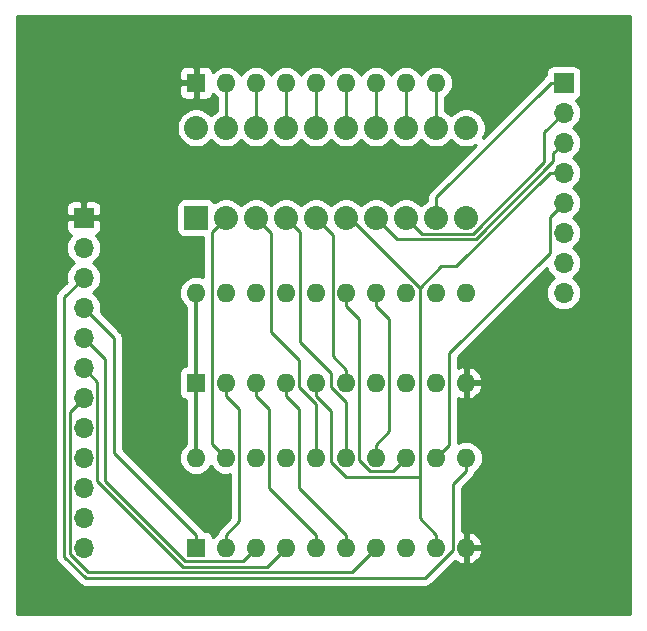
<source format=gbl>
G04 #@! TF.GenerationSoftware,KiCad,Pcbnew,(5.1.2)-2*
G04 #@! TF.CreationDate,2019-08-11T20:37:08+02:00*
G04 #@! TF.ProjectId,Instruction-Register,496e7374-7275-4637-9469-6f6e2d526567,rev?*
G04 #@! TF.SameCoordinates,Original*
G04 #@! TF.FileFunction,Copper,L2,Bot*
G04 #@! TF.FilePolarity,Positive*
%FSLAX46Y46*%
G04 Gerber Fmt 4.6, Leading zero omitted, Abs format (unit mm)*
G04 Created by KiCad (PCBNEW (5.1.2)-2) date 2019-08-11 20:37:08*
%MOMM*%
%LPD*%
G04 APERTURE LIST*
%ADD10O,1.700000X1.700000*%
%ADD11R,1.700000X1.700000*%
%ADD12R,2.032000X2.032000*%
%ADD13C,2.032000*%
%ADD14O,1.600000X1.600000*%
%ADD15R,1.600000X1.600000*%
%ADD16C,0.250000*%
%ADD17C,0.350000*%
%ADD18C,0.254000*%
G04 APERTURE END LIST*
D10*
X74295000Y-39370000D03*
X74295000Y-36830000D03*
X74295000Y-34290000D03*
X74295000Y-31750000D03*
X74295000Y-29210000D03*
X74295000Y-26670000D03*
X74295000Y-24130000D03*
D11*
X74295000Y-21590000D03*
D10*
X33655000Y-60960000D03*
X33655000Y-58420000D03*
X33655000Y-55880000D03*
X33655000Y-53340000D03*
X33655000Y-50800000D03*
X33655000Y-48260000D03*
X33655000Y-45720000D03*
X33655000Y-43180000D03*
X33655000Y-40640000D03*
X33655000Y-38100000D03*
X33655000Y-35560000D03*
D11*
X33655000Y-33020000D03*
D12*
X43180000Y-33020000D03*
D13*
X45720000Y-33020000D03*
X48260000Y-33020000D03*
X50800000Y-33020000D03*
X60960000Y-25400000D03*
X58420000Y-25400000D03*
X55880000Y-25400000D03*
X53340000Y-25400000D03*
X53340000Y-33020000D03*
X55880000Y-33020000D03*
X58420000Y-33020000D03*
X60960000Y-33020000D03*
X63500000Y-25400000D03*
X66040000Y-25400000D03*
X66040000Y-33020000D03*
X63500000Y-33020000D03*
X50800000Y-25400000D03*
X48260000Y-25400000D03*
X45720000Y-25400000D03*
X43180000Y-25400000D03*
D14*
X43180000Y-39370000D03*
X66040000Y-46990000D03*
X45720000Y-39370000D03*
X63500000Y-46990000D03*
X48260000Y-39370000D03*
X60960000Y-46990000D03*
X50800000Y-39370000D03*
X58420000Y-46990000D03*
X53340000Y-39370000D03*
X55880000Y-46990000D03*
X55880000Y-39370000D03*
X53340000Y-46990000D03*
X58420000Y-39370000D03*
X50800000Y-46990000D03*
X60960000Y-39370000D03*
X48260000Y-46990000D03*
X63500000Y-39370000D03*
X45720000Y-46990000D03*
X66040000Y-39370000D03*
D15*
X43180000Y-46990000D03*
X43180000Y-60960000D03*
D14*
X66040000Y-53340000D03*
X45720000Y-60960000D03*
X63500000Y-53340000D03*
X48260000Y-60960000D03*
X60960000Y-53340000D03*
X50800000Y-60960000D03*
X58420000Y-53340000D03*
X53340000Y-60960000D03*
X55880000Y-53340000D03*
X55880000Y-60960000D03*
X53340000Y-53340000D03*
X58420000Y-60960000D03*
X50800000Y-53340000D03*
X60960000Y-60960000D03*
X48260000Y-53340000D03*
X63500000Y-60960000D03*
X45720000Y-53340000D03*
X66040000Y-60960000D03*
X43180000Y-53340000D03*
D15*
X43180000Y-21590000D03*
D14*
X45720000Y-21590000D03*
X48260000Y-21590000D03*
X50800000Y-21590000D03*
X53340000Y-21590000D03*
X55880000Y-21590000D03*
X58420000Y-21590000D03*
X60960000Y-21590000D03*
X63500000Y-21590000D03*
D16*
X45720000Y-21590000D02*
X45720000Y-25400000D01*
X48260000Y-21590000D02*
X48260000Y-25400000D01*
X50800000Y-21590000D02*
X50800000Y-25400000D01*
X53340000Y-21590000D02*
X53340000Y-25400000D01*
X55880000Y-21590000D02*
X55880000Y-25400000D01*
X58420000Y-21590000D02*
X58420000Y-25400000D01*
X60960000Y-21590000D02*
X60960000Y-25400000D01*
X63500000Y-21590000D02*
X63500000Y-25400000D01*
X43180000Y-59834700D02*
X43180000Y-60960000D01*
X36243100Y-52897800D02*
X43180000Y-59834700D01*
X36243100Y-43228100D02*
X36243100Y-52897800D01*
X33655000Y-40640000D02*
X36243100Y-43228100D01*
X64914700Y-55590600D02*
X66040000Y-54465300D01*
X32027100Y-39727900D02*
X32027100Y-61697000D01*
X32027100Y-61697000D02*
X33834000Y-63503900D01*
X66040000Y-54465300D02*
X66040000Y-53340000D01*
X33834000Y-63503900D02*
X62568300Y-63503900D01*
X33655000Y-38100000D02*
X32027100Y-39727900D01*
X62568300Y-63503900D02*
X64914700Y-61157500D01*
X64914700Y-61157500D02*
X64914700Y-55590600D01*
X45720000Y-46990000D02*
X45720000Y-48115300D01*
X45720000Y-60960000D02*
X45720000Y-59834700D01*
X45720000Y-59834700D02*
X46845300Y-58709400D01*
X46845300Y-58709400D02*
X46845300Y-49240600D01*
X46845300Y-49240600D02*
X45720000Y-48115300D01*
X63500000Y-31583160D02*
X63500000Y-33020000D01*
X63500000Y-31285000D02*
X63500000Y-31583160D01*
X73195000Y-21590000D02*
X63500000Y-31285000D01*
X74295000Y-21590000D02*
X73195000Y-21590000D01*
X55880000Y-46990000D02*
X55880000Y-45864700D01*
X55880000Y-45864700D02*
X54754700Y-44739400D01*
X54754700Y-44739400D02*
X54754700Y-34434700D01*
X54754700Y-34434700D02*
X53340000Y-33020000D01*
X64625300Y-52214700D02*
X63500000Y-53340000D01*
X64625300Y-44469300D02*
X64625300Y-52214700D01*
X73119700Y-35974900D02*
X64625300Y-44469300D01*
X73119700Y-32925300D02*
X73119700Y-35974900D01*
X74295000Y-31750000D02*
X73119700Y-32925300D01*
X34830300Y-46895300D02*
X33655000Y-45720000D01*
X34830300Y-55317300D02*
X34830300Y-46895300D01*
X42071800Y-62558800D02*
X34830300Y-55317300D01*
X49201200Y-62558800D02*
X42071800Y-62558800D01*
X50800000Y-60960000D02*
X49201200Y-62558800D01*
X58420000Y-39370000D02*
X58420000Y-40495300D01*
X58420000Y-53340000D02*
X58420000Y-52214700D01*
X58420000Y-52214700D02*
X59545300Y-51089400D01*
X59545300Y-51089400D02*
X59545300Y-41620600D01*
X59545300Y-41620600D02*
X58420000Y-40495300D01*
X32479700Y-49435300D02*
X33655000Y-48260000D01*
X32479700Y-61450000D02*
X32479700Y-49435300D01*
X34043100Y-63013400D02*
X32479700Y-61450000D01*
X56366600Y-63013400D02*
X34043100Y-63013400D01*
X58420000Y-60960000D02*
X56366600Y-63013400D01*
X48260000Y-46990000D02*
X48260000Y-48115300D01*
X53340000Y-60960000D02*
X53340000Y-59834700D01*
X53340000Y-59834700D02*
X49385300Y-55880000D01*
X49385300Y-55880000D02*
X49385300Y-49240600D01*
X49385300Y-49240600D02*
X48260000Y-48115300D01*
X62310600Y-34370600D02*
X60960000Y-33020000D01*
X66604800Y-34370600D02*
X62310600Y-34370600D01*
X72669400Y-28306000D02*
X66604800Y-34370600D01*
X72669400Y-25755600D02*
X72669400Y-28306000D01*
X74295000Y-24130000D02*
X72669400Y-25755600D01*
X55880000Y-53340000D02*
X55880000Y-48592400D01*
X55880000Y-48592400D02*
X54610000Y-47322400D01*
X54610000Y-47322400D02*
X54610000Y-46170200D01*
X54610000Y-46170200D02*
X51998600Y-43558800D01*
X51998600Y-43558800D02*
X51998600Y-34218600D01*
X51998600Y-34218600D02*
X50800000Y-33020000D01*
X50800000Y-46990000D02*
X50800000Y-48115300D01*
X55880000Y-60960000D02*
X55880000Y-59834700D01*
X55880000Y-59834700D02*
X51925300Y-55880000D01*
X51925300Y-55880000D02*
X51925300Y-49240600D01*
X51925300Y-49240600D02*
X50800000Y-48115300D01*
X60236700Y-34836700D02*
X58420000Y-33020000D01*
X66856100Y-34836700D02*
X60236700Y-34836700D01*
X73445001Y-28247799D02*
X66856100Y-34836700D01*
X73445001Y-27519999D02*
X73445001Y-28247799D01*
X74295000Y-26670000D02*
X73445001Y-27519999D01*
X48260000Y-33020000D02*
X49530000Y-34290000D01*
X49530000Y-34290000D02*
X49530000Y-42702400D01*
X49530000Y-42702400D02*
X51925400Y-45097800D01*
X51925400Y-45097800D02*
X51925400Y-47337600D01*
X51925400Y-47337600D02*
X53340000Y-48752200D01*
X53340000Y-48752200D02*
X53340000Y-53340000D01*
X55880000Y-40495300D02*
X55880000Y-39370000D01*
X57005300Y-41620600D02*
X55880000Y-40495300D01*
X57005300Y-53530000D02*
X57005300Y-41620600D01*
X57950100Y-54474800D02*
X57005300Y-53530000D01*
X59825200Y-54474800D02*
X57950100Y-54474800D01*
X60960000Y-53340000D02*
X59825200Y-54474800D01*
X62117400Y-54925100D02*
X62117400Y-38932700D01*
X63500000Y-59834700D02*
X62117400Y-58452100D01*
X62117400Y-58452100D02*
X62117400Y-54925100D01*
X53340000Y-48115300D02*
X54610000Y-49385300D01*
X54610000Y-49385300D02*
X54610000Y-53669000D01*
X54610000Y-53669000D02*
X55866100Y-54925100D01*
X55866100Y-54925100D02*
X62117400Y-54925100D01*
X53340000Y-46990000D02*
X53340000Y-48115300D01*
X63500000Y-60960000D02*
X63500000Y-59834700D01*
X62117400Y-38932700D02*
X56204700Y-33020000D01*
X56204700Y-33020000D02*
X55880000Y-33020000D01*
X73119700Y-29210000D02*
X65195300Y-37134400D01*
X65195300Y-37134400D02*
X63915700Y-37134400D01*
X63915700Y-37134400D02*
X62117400Y-38932700D01*
X74295000Y-29210000D02*
X73119700Y-29210000D01*
X44521400Y-34218600D02*
X45720000Y-33020000D01*
X44521400Y-52141400D02*
X44521400Y-34218600D01*
X45720000Y-53340000D02*
X44521400Y-52141400D01*
D17*
X43180000Y-53340000D02*
X43180000Y-46990000D01*
X43180000Y-46990000D02*
X43180000Y-39370000D01*
D16*
X35470900Y-44995900D02*
X33655000Y-43180000D01*
X35470900Y-55321000D02*
X35470900Y-44995900D01*
X42235300Y-62085400D02*
X35470900Y-55321000D01*
X47134600Y-62085400D02*
X42235300Y-62085400D01*
X48260000Y-60960000D02*
X47134600Y-62085400D01*
D18*
G36*
X79935001Y-66600000D02*
G01*
X28015000Y-66600000D01*
X28015000Y-39727900D01*
X31263424Y-39727900D01*
X31267100Y-39765222D01*
X31267101Y-61659667D01*
X31263424Y-61697000D01*
X31267101Y-61734333D01*
X31272895Y-61793154D01*
X31278098Y-61845985D01*
X31321554Y-61989246D01*
X31392126Y-62121276D01*
X31423030Y-62158932D01*
X31487100Y-62237001D01*
X31516098Y-62260799D01*
X33270205Y-64014908D01*
X33293999Y-64043901D01*
X33322992Y-64067695D01*
X33322996Y-64067699D01*
X33393685Y-64125711D01*
X33409724Y-64138874D01*
X33541753Y-64209446D01*
X33685014Y-64252903D01*
X33796667Y-64263900D01*
X33796676Y-64263900D01*
X33833999Y-64267576D01*
X33871322Y-64263900D01*
X62530978Y-64263900D01*
X62568300Y-64267576D01*
X62605622Y-64263900D01*
X62605633Y-64263900D01*
X62717286Y-64252903D01*
X62860547Y-64209446D01*
X62992576Y-64138874D01*
X63108301Y-64043901D01*
X63132104Y-64014897D01*
X65103519Y-62043483D01*
X65302580Y-62191037D01*
X65556913Y-62311246D01*
X65690961Y-62351904D01*
X65913000Y-62229915D01*
X65913000Y-61087000D01*
X66167000Y-61087000D01*
X66167000Y-62229915D01*
X66389039Y-62351904D01*
X66523087Y-62311246D01*
X66777420Y-62191037D01*
X67003414Y-62023519D01*
X67192385Y-61815131D01*
X67337070Y-61573881D01*
X67431909Y-61309040D01*
X67310624Y-61087000D01*
X66167000Y-61087000D01*
X65913000Y-61087000D01*
X65893000Y-61087000D01*
X65893000Y-60833000D01*
X65913000Y-60833000D01*
X65913000Y-59690085D01*
X66167000Y-59690085D01*
X66167000Y-60833000D01*
X67310624Y-60833000D01*
X67431909Y-60610960D01*
X67337070Y-60346119D01*
X67192385Y-60104869D01*
X67003414Y-59896481D01*
X66777420Y-59728963D01*
X66523087Y-59608754D01*
X66389039Y-59568096D01*
X66167000Y-59690085D01*
X65913000Y-59690085D01*
X65690961Y-59568096D01*
X65674700Y-59573028D01*
X65674700Y-55905401D01*
X66551004Y-55029098D01*
X66580001Y-55005301D01*
X66674974Y-54889576D01*
X66745546Y-54757547D01*
X66789003Y-54614286D01*
X66793942Y-54564139D01*
X66841101Y-54538932D01*
X67059608Y-54359608D01*
X67238932Y-54141101D01*
X67372182Y-53891808D01*
X67454236Y-53621309D01*
X67481943Y-53340000D01*
X67454236Y-53058691D01*
X67372182Y-52788192D01*
X67238932Y-52538899D01*
X67059608Y-52320392D01*
X66841101Y-52141068D01*
X66591808Y-52007818D01*
X66321309Y-51925764D01*
X66110492Y-51905000D01*
X65969508Y-51905000D01*
X65758691Y-51925764D01*
X65488192Y-52007818D01*
X65385300Y-52062815D01*
X65385300Y-48260134D01*
X65556913Y-48341246D01*
X65690961Y-48381904D01*
X65913000Y-48259915D01*
X65913000Y-47117000D01*
X66167000Y-47117000D01*
X66167000Y-48259915D01*
X66389039Y-48381904D01*
X66523087Y-48341246D01*
X66777420Y-48221037D01*
X67003414Y-48053519D01*
X67192385Y-47845131D01*
X67337070Y-47603881D01*
X67431909Y-47339040D01*
X67310624Y-47117000D01*
X66167000Y-47117000D01*
X65913000Y-47117000D01*
X65893000Y-47117000D01*
X65893000Y-46863000D01*
X65913000Y-46863000D01*
X65913000Y-45720085D01*
X66167000Y-45720085D01*
X66167000Y-46863000D01*
X67310624Y-46863000D01*
X67431909Y-46640960D01*
X67337070Y-46376119D01*
X67192385Y-46134869D01*
X67003414Y-45926481D01*
X66777420Y-45758963D01*
X66523087Y-45638754D01*
X66389039Y-45598096D01*
X66167000Y-45720085D01*
X65913000Y-45720085D01*
X65690961Y-45598096D01*
X65556913Y-45638754D01*
X65385300Y-45719866D01*
X65385300Y-44784101D01*
X72881947Y-37287455D01*
X72916401Y-37401034D01*
X73054294Y-37659014D01*
X73239866Y-37885134D01*
X73465986Y-38070706D01*
X73520791Y-38100000D01*
X73465986Y-38129294D01*
X73239866Y-38314866D01*
X73054294Y-38540986D01*
X72916401Y-38798966D01*
X72831487Y-39078889D01*
X72802815Y-39370000D01*
X72831487Y-39661111D01*
X72916401Y-39941034D01*
X73054294Y-40199014D01*
X73239866Y-40425134D01*
X73465986Y-40610706D01*
X73723966Y-40748599D01*
X74003889Y-40833513D01*
X74222050Y-40855000D01*
X74367950Y-40855000D01*
X74586111Y-40833513D01*
X74866034Y-40748599D01*
X75124014Y-40610706D01*
X75350134Y-40425134D01*
X75535706Y-40199014D01*
X75673599Y-39941034D01*
X75758513Y-39661111D01*
X75787185Y-39370000D01*
X75758513Y-39078889D01*
X75673599Y-38798966D01*
X75535706Y-38540986D01*
X75350134Y-38314866D01*
X75124014Y-38129294D01*
X75069209Y-38100000D01*
X75124014Y-38070706D01*
X75350134Y-37885134D01*
X75535706Y-37659014D01*
X75673599Y-37401034D01*
X75758513Y-37121111D01*
X75787185Y-36830000D01*
X75758513Y-36538889D01*
X75673599Y-36258966D01*
X75535706Y-36000986D01*
X75350134Y-35774866D01*
X75124014Y-35589294D01*
X75069209Y-35560000D01*
X75124014Y-35530706D01*
X75350134Y-35345134D01*
X75535706Y-35119014D01*
X75673599Y-34861034D01*
X75758513Y-34581111D01*
X75787185Y-34290000D01*
X75758513Y-33998889D01*
X75673599Y-33718966D01*
X75535706Y-33460986D01*
X75350134Y-33234866D01*
X75124014Y-33049294D01*
X75069209Y-33020000D01*
X75124014Y-32990706D01*
X75350134Y-32805134D01*
X75535706Y-32579014D01*
X75673599Y-32321034D01*
X75758513Y-32041111D01*
X75787185Y-31750000D01*
X75758513Y-31458889D01*
X75673599Y-31178966D01*
X75535706Y-30920986D01*
X75350134Y-30694866D01*
X75124014Y-30509294D01*
X75069209Y-30480000D01*
X75124014Y-30450706D01*
X75350134Y-30265134D01*
X75535706Y-30039014D01*
X75673599Y-29781034D01*
X75758513Y-29501111D01*
X75787185Y-29210000D01*
X75758513Y-28918889D01*
X75673599Y-28638966D01*
X75535706Y-28380986D01*
X75350134Y-28154866D01*
X75124014Y-27969294D01*
X75069209Y-27940000D01*
X75124014Y-27910706D01*
X75350134Y-27725134D01*
X75535706Y-27499014D01*
X75673599Y-27241034D01*
X75758513Y-26961111D01*
X75787185Y-26670000D01*
X75758513Y-26378889D01*
X75673599Y-26098966D01*
X75535706Y-25840986D01*
X75350134Y-25614866D01*
X75124014Y-25429294D01*
X75069209Y-25400000D01*
X75124014Y-25370706D01*
X75350134Y-25185134D01*
X75535706Y-24959014D01*
X75673599Y-24701034D01*
X75758513Y-24421111D01*
X75787185Y-24130000D01*
X75758513Y-23838889D01*
X75673599Y-23558966D01*
X75535706Y-23300986D01*
X75350134Y-23074866D01*
X75320313Y-23050393D01*
X75389180Y-23029502D01*
X75499494Y-22970537D01*
X75596185Y-22891185D01*
X75675537Y-22794494D01*
X75734502Y-22684180D01*
X75770812Y-22564482D01*
X75783072Y-22440000D01*
X75783072Y-20740000D01*
X75770812Y-20615518D01*
X75734502Y-20495820D01*
X75675537Y-20385506D01*
X75596185Y-20288815D01*
X75499494Y-20209463D01*
X75389180Y-20150498D01*
X75269482Y-20114188D01*
X75145000Y-20101928D01*
X73445000Y-20101928D01*
X73320518Y-20114188D01*
X73200820Y-20150498D01*
X73090506Y-20209463D01*
X72993815Y-20288815D01*
X72914463Y-20385506D01*
X72855498Y-20495820D01*
X72819188Y-20615518D01*
X72806928Y-20740000D01*
X72806928Y-20935674D01*
X72770724Y-20955026D01*
X72770722Y-20955027D01*
X72770723Y-20955027D01*
X72683996Y-21026201D01*
X72683992Y-21026205D01*
X72654999Y-21049999D01*
X72631205Y-21078992D01*
X67452636Y-26257562D01*
X67503097Y-26182042D01*
X67627553Y-25881579D01*
X67691000Y-25562609D01*
X67691000Y-25237391D01*
X67627553Y-24918421D01*
X67503097Y-24617958D01*
X67322415Y-24347549D01*
X67092451Y-24117585D01*
X66822042Y-23936903D01*
X66521579Y-23812447D01*
X66202609Y-23749000D01*
X65877391Y-23749000D01*
X65558421Y-23812447D01*
X65257958Y-23936903D01*
X64987549Y-24117585D01*
X64770000Y-24335134D01*
X64552451Y-24117585D01*
X64282042Y-23936903D01*
X64260000Y-23927773D01*
X64260000Y-22810901D01*
X64301101Y-22788932D01*
X64519608Y-22609608D01*
X64698932Y-22391101D01*
X64832182Y-22141808D01*
X64914236Y-21871309D01*
X64941943Y-21590000D01*
X64914236Y-21308691D01*
X64832182Y-21038192D01*
X64698932Y-20788899D01*
X64519608Y-20570392D01*
X64301101Y-20391068D01*
X64051808Y-20257818D01*
X63781309Y-20175764D01*
X63570492Y-20155000D01*
X63429508Y-20155000D01*
X63218691Y-20175764D01*
X62948192Y-20257818D01*
X62698899Y-20391068D01*
X62480392Y-20570392D01*
X62301068Y-20788899D01*
X62230000Y-20921858D01*
X62158932Y-20788899D01*
X61979608Y-20570392D01*
X61761101Y-20391068D01*
X61511808Y-20257818D01*
X61241309Y-20175764D01*
X61030492Y-20155000D01*
X60889508Y-20155000D01*
X60678691Y-20175764D01*
X60408192Y-20257818D01*
X60158899Y-20391068D01*
X59940392Y-20570392D01*
X59761068Y-20788899D01*
X59690000Y-20921858D01*
X59618932Y-20788899D01*
X59439608Y-20570392D01*
X59221101Y-20391068D01*
X58971808Y-20257818D01*
X58701309Y-20175764D01*
X58490492Y-20155000D01*
X58349508Y-20155000D01*
X58138691Y-20175764D01*
X57868192Y-20257818D01*
X57618899Y-20391068D01*
X57400392Y-20570392D01*
X57221068Y-20788899D01*
X57150000Y-20921858D01*
X57078932Y-20788899D01*
X56899608Y-20570392D01*
X56681101Y-20391068D01*
X56431808Y-20257818D01*
X56161309Y-20175764D01*
X55950492Y-20155000D01*
X55809508Y-20155000D01*
X55598691Y-20175764D01*
X55328192Y-20257818D01*
X55078899Y-20391068D01*
X54860392Y-20570392D01*
X54681068Y-20788899D01*
X54610000Y-20921858D01*
X54538932Y-20788899D01*
X54359608Y-20570392D01*
X54141101Y-20391068D01*
X53891808Y-20257818D01*
X53621309Y-20175764D01*
X53410492Y-20155000D01*
X53269508Y-20155000D01*
X53058691Y-20175764D01*
X52788192Y-20257818D01*
X52538899Y-20391068D01*
X52320392Y-20570392D01*
X52141068Y-20788899D01*
X52070000Y-20921858D01*
X51998932Y-20788899D01*
X51819608Y-20570392D01*
X51601101Y-20391068D01*
X51351808Y-20257818D01*
X51081309Y-20175764D01*
X50870492Y-20155000D01*
X50729508Y-20155000D01*
X50518691Y-20175764D01*
X50248192Y-20257818D01*
X49998899Y-20391068D01*
X49780392Y-20570392D01*
X49601068Y-20788899D01*
X49530000Y-20921858D01*
X49458932Y-20788899D01*
X49279608Y-20570392D01*
X49061101Y-20391068D01*
X48811808Y-20257818D01*
X48541309Y-20175764D01*
X48330492Y-20155000D01*
X48189508Y-20155000D01*
X47978691Y-20175764D01*
X47708192Y-20257818D01*
X47458899Y-20391068D01*
X47240392Y-20570392D01*
X47061068Y-20788899D01*
X46990000Y-20921858D01*
X46918932Y-20788899D01*
X46739608Y-20570392D01*
X46521101Y-20391068D01*
X46271808Y-20257818D01*
X46001309Y-20175764D01*
X45790492Y-20155000D01*
X45649508Y-20155000D01*
X45438691Y-20175764D01*
X45168192Y-20257818D01*
X44918899Y-20391068D01*
X44700392Y-20570392D01*
X44607581Y-20683482D01*
X44605812Y-20665518D01*
X44569502Y-20545820D01*
X44510537Y-20435506D01*
X44431185Y-20338815D01*
X44334494Y-20259463D01*
X44224180Y-20200498D01*
X44104482Y-20164188D01*
X43980000Y-20151928D01*
X43465750Y-20155000D01*
X43307000Y-20313750D01*
X43307000Y-21463000D01*
X43327000Y-21463000D01*
X43327000Y-21717000D01*
X43307000Y-21717000D01*
X43307000Y-22866250D01*
X43465750Y-23025000D01*
X43980000Y-23028072D01*
X44104482Y-23015812D01*
X44224180Y-22979502D01*
X44334494Y-22920537D01*
X44431185Y-22841185D01*
X44510537Y-22744494D01*
X44569502Y-22634180D01*
X44605812Y-22514482D01*
X44607581Y-22496518D01*
X44700392Y-22609608D01*
X44918899Y-22788932D01*
X44960000Y-22810901D01*
X44960001Y-23927773D01*
X44937958Y-23936903D01*
X44667549Y-24117585D01*
X44450000Y-24335134D01*
X44232451Y-24117585D01*
X43962042Y-23936903D01*
X43661579Y-23812447D01*
X43342609Y-23749000D01*
X43017391Y-23749000D01*
X42698421Y-23812447D01*
X42397958Y-23936903D01*
X42127549Y-24117585D01*
X41897585Y-24347549D01*
X41716903Y-24617958D01*
X41592447Y-24918421D01*
X41529000Y-25237391D01*
X41529000Y-25562609D01*
X41592447Y-25881579D01*
X41716903Y-26182042D01*
X41897585Y-26452451D01*
X42127549Y-26682415D01*
X42397958Y-26863097D01*
X42698421Y-26987553D01*
X43017391Y-27051000D01*
X43342609Y-27051000D01*
X43661579Y-26987553D01*
X43962042Y-26863097D01*
X44232451Y-26682415D01*
X44450000Y-26464866D01*
X44667549Y-26682415D01*
X44937958Y-26863097D01*
X45238421Y-26987553D01*
X45557391Y-27051000D01*
X45882609Y-27051000D01*
X46201579Y-26987553D01*
X46502042Y-26863097D01*
X46772451Y-26682415D01*
X46990000Y-26464866D01*
X47207549Y-26682415D01*
X47477958Y-26863097D01*
X47778421Y-26987553D01*
X48097391Y-27051000D01*
X48422609Y-27051000D01*
X48741579Y-26987553D01*
X49042042Y-26863097D01*
X49312451Y-26682415D01*
X49530000Y-26464866D01*
X49747549Y-26682415D01*
X50017958Y-26863097D01*
X50318421Y-26987553D01*
X50637391Y-27051000D01*
X50962609Y-27051000D01*
X51281579Y-26987553D01*
X51582042Y-26863097D01*
X51852451Y-26682415D01*
X52070000Y-26464866D01*
X52287549Y-26682415D01*
X52557958Y-26863097D01*
X52858421Y-26987553D01*
X53177391Y-27051000D01*
X53502609Y-27051000D01*
X53821579Y-26987553D01*
X54122042Y-26863097D01*
X54392451Y-26682415D01*
X54610000Y-26464866D01*
X54827549Y-26682415D01*
X55097958Y-26863097D01*
X55398421Y-26987553D01*
X55717391Y-27051000D01*
X56042609Y-27051000D01*
X56361579Y-26987553D01*
X56662042Y-26863097D01*
X56932451Y-26682415D01*
X57150000Y-26464866D01*
X57367549Y-26682415D01*
X57637958Y-26863097D01*
X57938421Y-26987553D01*
X58257391Y-27051000D01*
X58582609Y-27051000D01*
X58901579Y-26987553D01*
X59202042Y-26863097D01*
X59472451Y-26682415D01*
X59690000Y-26464866D01*
X59907549Y-26682415D01*
X60177958Y-26863097D01*
X60478421Y-26987553D01*
X60797391Y-27051000D01*
X61122609Y-27051000D01*
X61441579Y-26987553D01*
X61742042Y-26863097D01*
X62012451Y-26682415D01*
X62230000Y-26464866D01*
X62447549Y-26682415D01*
X62717958Y-26863097D01*
X63018421Y-26987553D01*
X63337391Y-27051000D01*
X63662609Y-27051000D01*
X63981579Y-26987553D01*
X64282042Y-26863097D01*
X64552451Y-26682415D01*
X64770000Y-26464866D01*
X64987549Y-26682415D01*
X65257958Y-26863097D01*
X65558421Y-26987553D01*
X65877391Y-27051000D01*
X66202609Y-27051000D01*
X66521579Y-26987553D01*
X66822042Y-26863097D01*
X66897563Y-26812636D01*
X62989003Y-30721196D01*
X62959999Y-30744999D01*
X62904871Y-30812174D01*
X62865026Y-30860724D01*
X62832815Y-30920986D01*
X62794454Y-30992754D01*
X62750997Y-31136015D01*
X62740000Y-31247668D01*
X62740000Y-31247678D01*
X62736324Y-31285000D01*
X62740000Y-31322322D01*
X62740000Y-31547773D01*
X62717958Y-31556903D01*
X62447549Y-31737585D01*
X62230000Y-31955134D01*
X62012451Y-31737585D01*
X61742042Y-31556903D01*
X61441579Y-31432447D01*
X61122609Y-31369000D01*
X60797391Y-31369000D01*
X60478421Y-31432447D01*
X60177958Y-31556903D01*
X59907549Y-31737585D01*
X59690000Y-31955134D01*
X59472451Y-31737585D01*
X59202042Y-31556903D01*
X58901579Y-31432447D01*
X58582609Y-31369000D01*
X58257391Y-31369000D01*
X57938421Y-31432447D01*
X57637958Y-31556903D01*
X57367549Y-31737585D01*
X57150000Y-31955134D01*
X56932451Y-31737585D01*
X56662042Y-31556903D01*
X56361579Y-31432447D01*
X56042609Y-31369000D01*
X55717391Y-31369000D01*
X55398421Y-31432447D01*
X55097958Y-31556903D01*
X54827549Y-31737585D01*
X54610000Y-31955134D01*
X54392451Y-31737585D01*
X54122042Y-31556903D01*
X53821579Y-31432447D01*
X53502609Y-31369000D01*
X53177391Y-31369000D01*
X52858421Y-31432447D01*
X52557958Y-31556903D01*
X52287549Y-31737585D01*
X52070000Y-31955134D01*
X51852451Y-31737585D01*
X51582042Y-31556903D01*
X51281579Y-31432447D01*
X50962609Y-31369000D01*
X50637391Y-31369000D01*
X50318421Y-31432447D01*
X50017958Y-31556903D01*
X49747549Y-31737585D01*
X49530000Y-31955134D01*
X49312451Y-31737585D01*
X49042042Y-31556903D01*
X48741579Y-31432447D01*
X48422609Y-31369000D01*
X48097391Y-31369000D01*
X47778421Y-31432447D01*
X47477958Y-31556903D01*
X47207549Y-31737585D01*
X46990000Y-31955134D01*
X46772451Y-31737585D01*
X46502042Y-31556903D01*
X46201579Y-31432447D01*
X45882609Y-31369000D01*
X45557391Y-31369000D01*
X45238421Y-31432447D01*
X44937958Y-31556903D01*
X44745704Y-31685364D01*
X44726537Y-31649506D01*
X44647185Y-31552815D01*
X44550494Y-31473463D01*
X44440180Y-31414498D01*
X44320482Y-31378188D01*
X44196000Y-31365928D01*
X42164000Y-31365928D01*
X42039518Y-31378188D01*
X41919820Y-31414498D01*
X41809506Y-31473463D01*
X41712815Y-31552815D01*
X41633463Y-31649506D01*
X41574498Y-31759820D01*
X41538188Y-31879518D01*
X41525928Y-32004000D01*
X41525928Y-34036000D01*
X41538188Y-34160482D01*
X41574498Y-34280180D01*
X41633463Y-34390494D01*
X41712815Y-34487185D01*
X41809506Y-34566537D01*
X41919820Y-34625502D01*
X42039518Y-34661812D01*
X42164000Y-34674072D01*
X43761401Y-34674072D01*
X43761401Y-38053636D01*
X43731808Y-38037818D01*
X43461309Y-37955764D01*
X43250492Y-37935000D01*
X43109508Y-37935000D01*
X42898691Y-37955764D01*
X42628192Y-38037818D01*
X42378899Y-38171068D01*
X42160392Y-38350392D01*
X41981068Y-38568899D01*
X41847818Y-38818192D01*
X41765764Y-39088691D01*
X41738057Y-39370000D01*
X41765764Y-39651309D01*
X41847818Y-39921808D01*
X41981068Y-40171101D01*
X42160392Y-40389608D01*
X42370001Y-40561629D01*
X42370000Y-45552913D01*
X42255518Y-45564188D01*
X42135820Y-45600498D01*
X42025506Y-45659463D01*
X41928815Y-45738815D01*
X41849463Y-45835506D01*
X41790498Y-45945820D01*
X41754188Y-46065518D01*
X41741928Y-46190000D01*
X41741928Y-47790000D01*
X41754188Y-47914482D01*
X41790498Y-48034180D01*
X41849463Y-48144494D01*
X41928815Y-48241185D01*
X42025506Y-48320537D01*
X42135820Y-48379502D01*
X42255518Y-48415812D01*
X42370001Y-48427087D01*
X42370000Y-52148371D01*
X42160392Y-52320392D01*
X41981068Y-52538899D01*
X41847818Y-52788192D01*
X41765764Y-53058691D01*
X41738057Y-53340000D01*
X41765764Y-53621309D01*
X41847818Y-53891808D01*
X41981068Y-54141101D01*
X42160392Y-54359608D01*
X42378899Y-54538932D01*
X42628192Y-54672182D01*
X42898691Y-54754236D01*
X43109508Y-54775000D01*
X43250492Y-54775000D01*
X43461309Y-54754236D01*
X43731808Y-54672182D01*
X43981101Y-54538932D01*
X44199608Y-54359608D01*
X44378932Y-54141101D01*
X44450000Y-54008142D01*
X44521068Y-54141101D01*
X44700392Y-54359608D01*
X44918899Y-54538932D01*
X45168192Y-54672182D01*
X45438691Y-54754236D01*
X45649508Y-54775000D01*
X45790492Y-54775000D01*
X46001309Y-54754236D01*
X46085300Y-54728758D01*
X46085300Y-58394598D01*
X45208998Y-59270901D01*
X45180000Y-59294699D01*
X45156203Y-59323696D01*
X45156201Y-59323698D01*
X45085026Y-59410424D01*
X45014454Y-59542454D01*
X45002640Y-59581401D01*
X44970998Y-59685714D01*
X44968723Y-59708815D01*
X44966059Y-59735860D01*
X44918899Y-59761068D01*
X44700392Y-59940392D01*
X44607581Y-60053482D01*
X44605812Y-60035518D01*
X44569502Y-59915820D01*
X44510537Y-59805506D01*
X44431185Y-59708815D01*
X44334494Y-59629463D01*
X44224180Y-59570498D01*
X44104482Y-59534188D01*
X43980000Y-59521928D01*
X43874575Y-59521928D01*
X43840620Y-59458403D01*
X43814974Y-59410423D01*
X43743799Y-59323697D01*
X43743798Y-59323696D01*
X43720001Y-59294699D01*
X43691004Y-59270902D01*
X37003100Y-52582999D01*
X37003100Y-43265422D01*
X37006776Y-43228099D01*
X37003100Y-43190776D01*
X37003100Y-43190767D01*
X36992103Y-43079114D01*
X36948646Y-42935853D01*
X36922936Y-42887754D01*
X36878074Y-42803823D01*
X36806899Y-42717097D01*
X36783101Y-42688099D01*
X36754104Y-42664302D01*
X35095797Y-41005996D01*
X35118513Y-40931111D01*
X35147185Y-40640000D01*
X35118513Y-40348889D01*
X35033599Y-40068966D01*
X34895706Y-39810986D01*
X34710134Y-39584866D01*
X34484014Y-39399294D01*
X34429209Y-39370000D01*
X34484014Y-39340706D01*
X34710134Y-39155134D01*
X34895706Y-38929014D01*
X35033599Y-38671034D01*
X35118513Y-38391111D01*
X35147185Y-38100000D01*
X35118513Y-37808889D01*
X35033599Y-37528966D01*
X34895706Y-37270986D01*
X34710134Y-37044866D01*
X34484014Y-36859294D01*
X34429209Y-36830000D01*
X34484014Y-36800706D01*
X34710134Y-36615134D01*
X34895706Y-36389014D01*
X35033599Y-36131034D01*
X35118513Y-35851111D01*
X35147185Y-35560000D01*
X35118513Y-35268889D01*
X35033599Y-34988966D01*
X34895706Y-34730986D01*
X34710134Y-34504866D01*
X34680313Y-34480393D01*
X34749180Y-34459502D01*
X34859494Y-34400537D01*
X34956185Y-34321185D01*
X35035537Y-34224494D01*
X35094502Y-34114180D01*
X35130812Y-33994482D01*
X35143072Y-33870000D01*
X35140000Y-33305750D01*
X34981250Y-33147000D01*
X33782000Y-33147000D01*
X33782000Y-33167000D01*
X33528000Y-33167000D01*
X33528000Y-33147000D01*
X32328750Y-33147000D01*
X32170000Y-33305750D01*
X32166928Y-33870000D01*
X32179188Y-33994482D01*
X32215498Y-34114180D01*
X32274463Y-34224494D01*
X32353815Y-34321185D01*
X32450506Y-34400537D01*
X32560820Y-34459502D01*
X32629687Y-34480393D01*
X32599866Y-34504866D01*
X32414294Y-34730986D01*
X32276401Y-34988966D01*
X32191487Y-35268889D01*
X32162815Y-35560000D01*
X32191487Y-35851111D01*
X32276401Y-36131034D01*
X32414294Y-36389014D01*
X32599866Y-36615134D01*
X32825986Y-36800706D01*
X32880791Y-36830000D01*
X32825986Y-36859294D01*
X32599866Y-37044866D01*
X32414294Y-37270986D01*
X32276401Y-37528966D01*
X32191487Y-37808889D01*
X32162815Y-38100000D01*
X32191487Y-38391111D01*
X32214203Y-38465996D01*
X31516103Y-39164096D01*
X31487099Y-39187899D01*
X31459922Y-39221015D01*
X31392126Y-39303624D01*
X31363609Y-39356976D01*
X31321554Y-39435654D01*
X31278097Y-39578915D01*
X31267100Y-39690568D01*
X31267100Y-39690578D01*
X31263424Y-39727900D01*
X28015000Y-39727900D01*
X28015000Y-32170000D01*
X32166928Y-32170000D01*
X32170000Y-32734250D01*
X32328750Y-32893000D01*
X33528000Y-32893000D01*
X33528000Y-31693750D01*
X33782000Y-31693750D01*
X33782000Y-32893000D01*
X34981250Y-32893000D01*
X35140000Y-32734250D01*
X35143072Y-32170000D01*
X35130812Y-32045518D01*
X35094502Y-31925820D01*
X35035537Y-31815506D01*
X34956185Y-31718815D01*
X34859494Y-31639463D01*
X34749180Y-31580498D01*
X34629482Y-31544188D01*
X34505000Y-31531928D01*
X33940750Y-31535000D01*
X33782000Y-31693750D01*
X33528000Y-31693750D01*
X33369250Y-31535000D01*
X32805000Y-31531928D01*
X32680518Y-31544188D01*
X32560820Y-31580498D01*
X32450506Y-31639463D01*
X32353815Y-31718815D01*
X32274463Y-31815506D01*
X32215498Y-31925820D01*
X32179188Y-32045518D01*
X32166928Y-32170000D01*
X28015000Y-32170000D01*
X28015000Y-22390000D01*
X41741928Y-22390000D01*
X41754188Y-22514482D01*
X41790498Y-22634180D01*
X41849463Y-22744494D01*
X41928815Y-22841185D01*
X42025506Y-22920537D01*
X42135820Y-22979502D01*
X42255518Y-23015812D01*
X42380000Y-23028072D01*
X42894250Y-23025000D01*
X43053000Y-22866250D01*
X43053000Y-21717000D01*
X41903750Y-21717000D01*
X41745000Y-21875750D01*
X41741928Y-22390000D01*
X28015000Y-22390000D01*
X28015000Y-20790000D01*
X41741928Y-20790000D01*
X41745000Y-21304250D01*
X41903750Y-21463000D01*
X43053000Y-21463000D01*
X43053000Y-20313750D01*
X42894250Y-20155000D01*
X42380000Y-20151928D01*
X42255518Y-20164188D01*
X42135820Y-20200498D01*
X42025506Y-20259463D01*
X41928815Y-20338815D01*
X41849463Y-20435506D01*
X41790498Y-20545820D01*
X41754188Y-20665518D01*
X41741928Y-20790000D01*
X28015000Y-20790000D01*
X28015000Y-15950000D01*
X79935000Y-15950000D01*
X79935001Y-66600000D01*
X79935001Y-66600000D01*
G37*
X79935001Y-66600000D02*
X28015000Y-66600000D01*
X28015000Y-39727900D01*
X31263424Y-39727900D01*
X31267100Y-39765222D01*
X31267101Y-61659667D01*
X31263424Y-61697000D01*
X31267101Y-61734333D01*
X31272895Y-61793154D01*
X31278098Y-61845985D01*
X31321554Y-61989246D01*
X31392126Y-62121276D01*
X31423030Y-62158932D01*
X31487100Y-62237001D01*
X31516098Y-62260799D01*
X33270205Y-64014908D01*
X33293999Y-64043901D01*
X33322992Y-64067695D01*
X33322996Y-64067699D01*
X33393685Y-64125711D01*
X33409724Y-64138874D01*
X33541753Y-64209446D01*
X33685014Y-64252903D01*
X33796667Y-64263900D01*
X33796676Y-64263900D01*
X33833999Y-64267576D01*
X33871322Y-64263900D01*
X62530978Y-64263900D01*
X62568300Y-64267576D01*
X62605622Y-64263900D01*
X62605633Y-64263900D01*
X62717286Y-64252903D01*
X62860547Y-64209446D01*
X62992576Y-64138874D01*
X63108301Y-64043901D01*
X63132104Y-64014897D01*
X65103519Y-62043483D01*
X65302580Y-62191037D01*
X65556913Y-62311246D01*
X65690961Y-62351904D01*
X65913000Y-62229915D01*
X65913000Y-61087000D01*
X66167000Y-61087000D01*
X66167000Y-62229915D01*
X66389039Y-62351904D01*
X66523087Y-62311246D01*
X66777420Y-62191037D01*
X67003414Y-62023519D01*
X67192385Y-61815131D01*
X67337070Y-61573881D01*
X67431909Y-61309040D01*
X67310624Y-61087000D01*
X66167000Y-61087000D01*
X65913000Y-61087000D01*
X65893000Y-61087000D01*
X65893000Y-60833000D01*
X65913000Y-60833000D01*
X65913000Y-59690085D01*
X66167000Y-59690085D01*
X66167000Y-60833000D01*
X67310624Y-60833000D01*
X67431909Y-60610960D01*
X67337070Y-60346119D01*
X67192385Y-60104869D01*
X67003414Y-59896481D01*
X66777420Y-59728963D01*
X66523087Y-59608754D01*
X66389039Y-59568096D01*
X66167000Y-59690085D01*
X65913000Y-59690085D01*
X65690961Y-59568096D01*
X65674700Y-59573028D01*
X65674700Y-55905401D01*
X66551004Y-55029098D01*
X66580001Y-55005301D01*
X66674974Y-54889576D01*
X66745546Y-54757547D01*
X66789003Y-54614286D01*
X66793942Y-54564139D01*
X66841101Y-54538932D01*
X67059608Y-54359608D01*
X67238932Y-54141101D01*
X67372182Y-53891808D01*
X67454236Y-53621309D01*
X67481943Y-53340000D01*
X67454236Y-53058691D01*
X67372182Y-52788192D01*
X67238932Y-52538899D01*
X67059608Y-52320392D01*
X66841101Y-52141068D01*
X66591808Y-52007818D01*
X66321309Y-51925764D01*
X66110492Y-51905000D01*
X65969508Y-51905000D01*
X65758691Y-51925764D01*
X65488192Y-52007818D01*
X65385300Y-52062815D01*
X65385300Y-48260134D01*
X65556913Y-48341246D01*
X65690961Y-48381904D01*
X65913000Y-48259915D01*
X65913000Y-47117000D01*
X66167000Y-47117000D01*
X66167000Y-48259915D01*
X66389039Y-48381904D01*
X66523087Y-48341246D01*
X66777420Y-48221037D01*
X67003414Y-48053519D01*
X67192385Y-47845131D01*
X67337070Y-47603881D01*
X67431909Y-47339040D01*
X67310624Y-47117000D01*
X66167000Y-47117000D01*
X65913000Y-47117000D01*
X65893000Y-47117000D01*
X65893000Y-46863000D01*
X65913000Y-46863000D01*
X65913000Y-45720085D01*
X66167000Y-45720085D01*
X66167000Y-46863000D01*
X67310624Y-46863000D01*
X67431909Y-46640960D01*
X67337070Y-46376119D01*
X67192385Y-46134869D01*
X67003414Y-45926481D01*
X66777420Y-45758963D01*
X66523087Y-45638754D01*
X66389039Y-45598096D01*
X66167000Y-45720085D01*
X65913000Y-45720085D01*
X65690961Y-45598096D01*
X65556913Y-45638754D01*
X65385300Y-45719866D01*
X65385300Y-44784101D01*
X72881947Y-37287455D01*
X72916401Y-37401034D01*
X73054294Y-37659014D01*
X73239866Y-37885134D01*
X73465986Y-38070706D01*
X73520791Y-38100000D01*
X73465986Y-38129294D01*
X73239866Y-38314866D01*
X73054294Y-38540986D01*
X72916401Y-38798966D01*
X72831487Y-39078889D01*
X72802815Y-39370000D01*
X72831487Y-39661111D01*
X72916401Y-39941034D01*
X73054294Y-40199014D01*
X73239866Y-40425134D01*
X73465986Y-40610706D01*
X73723966Y-40748599D01*
X74003889Y-40833513D01*
X74222050Y-40855000D01*
X74367950Y-40855000D01*
X74586111Y-40833513D01*
X74866034Y-40748599D01*
X75124014Y-40610706D01*
X75350134Y-40425134D01*
X75535706Y-40199014D01*
X75673599Y-39941034D01*
X75758513Y-39661111D01*
X75787185Y-39370000D01*
X75758513Y-39078889D01*
X75673599Y-38798966D01*
X75535706Y-38540986D01*
X75350134Y-38314866D01*
X75124014Y-38129294D01*
X75069209Y-38100000D01*
X75124014Y-38070706D01*
X75350134Y-37885134D01*
X75535706Y-37659014D01*
X75673599Y-37401034D01*
X75758513Y-37121111D01*
X75787185Y-36830000D01*
X75758513Y-36538889D01*
X75673599Y-36258966D01*
X75535706Y-36000986D01*
X75350134Y-35774866D01*
X75124014Y-35589294D01*
X75069209Y-35560000D01*
X75124014Y-35530706D01*
X75350134Y-35345134D01*
X75535706Y-35119014D01*
X75673599Y-34861034D01*
X75758513Y-34581111D01*
X75787185Y-34290000D01*
X75758513Y-33998889D01*
X75673599Y-33718966D01*
X75535706Y-33460986D01*
X75350134Y-33234866D01*
X75124014Y-33049294D01*
X75069209Y-33020000D01*
X75124014Y-32990706D01*
X75350134Y-32805134D01*
X75535706Y-32579014D01*
X75673599Y-32321034D01*
X75758513Y-32041111D01*
X75787185Y-31750000D01*
X75758513Y-31458889D01*
X75673599Y-31178966D01*
X75535706Y-30920986D01*
X75350134Y-30694866D01*
X75124014Y-30509294D01*
X75069209Y-30480000D01*
X75124014Y-30450706D01*
X75350134Y-30265134D01*
X75535706Y-30039014D01*
X75673599Y-29781034D01*
X75758513Y-29501111D01*
X75787185Y-29210000D01*
X75758513Y-28918889D01*
X75673599Y-28638966D01*
X75535706Y-28380986D01*
X75350134Y-28154866D01*
X75124014Y-27969294D01*
X75069209Y-27940000D01*
X75124014Y-27910706D01*
X75350134Y-27725134D01*
X75535706Y-27499014D01*
X75673599Y-27241034D01*
X75758513Y-26961111D01*
X75787185Y-26670000D01*
X75758513Y-26378889D01*
X75673599Y-26098966D01*
X75535706Y-25840986D01*
X75350134Y-25614866D01*
X75124014Y-25429294D01*
X75069209Y-25400000D01*
X75124014Y-25370706D01*
X75350134Y-25185134D01*
X75535706Y-24959014D01*
X75673599Y-24701034D01*
X75758513Y-24421111D01*
X75787185Y-24130000D01*
X75758513Y-23838889D01*
X75673599Y-23558966D01*
X75535706Y-23300986D01*
X75350134Y-23074866D01*
X75320313Y-23050393D01*
X75389180Y-23029502D01*
X75499494Y-22970537D01*
X75596185Y-22891185D01*
X75675537Y-22794494D01*
X75734502Y-22684180D01*
X75770812Y-22564482D01*
X75783072Y-22440000D01*
X75783072Y-20740000D01*
X75770812Y-20615518D01*
X75734502Y-20495820D01*
X75675537Y-20385506D01*
X75596185Y-20288815D01*
X75499494Y-20209463D01*
X75389180Y-20150498D01*
X75269482Y-20114188D01*
X75145000Y-20101928D01*
X73445000Y-20101928D01*
X73320518Y-20114188D01*
X73200820Y-20150498D01*
X73090506Y-20209463D01*
X72993815Y-20288815D01*
X72914463Y-20385506D01*
X72855498Y-20495820D01*
X72819188Y-20615518D01*
X72806928Y-20740000D01*
X72806928Y-20935674D01*
X72770724Y-20955026D01*
X72770722Y-20955027D01*
X72770723Y-20955027D01*
X72683996Y-21026201D01*
X72683992Y-21026205D01*
X72654999Y-21049999D01*
X72631205Y-21078992D01*
X67452636Y-26257562D01*
X67503097Y-26182042D01*
X67627553Y-25881579D01*
X67691000Y-25562609D01*
X67691000Y-25237391D01*
X67627553Y-24918421D01*
X67503097Y-24617958D01*
X67322415Y-24347549D01*
X67092451Y-24117585D01*
X66822042Y-23936903D01*
X66521579Y-23812447D01*
X66202609Y-23749000D01*
X65877391Y-23749000D01*
X65558421Y-23812447D01*
X65257958Y-23936903D01*
X64987549Y-24117585D01*
X64770000Y-24335134D01*
X64552451Y-24117585D01*
X64282042Y-23936903D01*
X64260000Y-23927773D01*
X64260000Y-22810901D01*
X64301101Y-22788932D01*
X64519608Y-22609608D01*
X64698932Y-22391101D01*
X64832182Y-22141808D01*
X64914236Y-21871309D01*
X64941943Y-21590000D01*
X64914236Y-21308691D01*
X64832182Y-21038192D01*
X64698932Y-20788899D01*
X64519608Y-20570392D01*
X64301101Y-20391068D01*
X64051808Y-20257818D01*
X63781309Y-20175764D01*
X63570492Y-20155000D01*
X63429508Y-20155000D01*
X63218691Y-20175764D01*
X62948192Y-20257818D01*
X62698899Y-20391068D01*
X62480392Y-20570392D01*
X62301068Y-20788899D01*
X62230000Y-20921858D01*
X62158932Y-20788899D01*
X61979608Y-20570392D01*
X61761101Y-20391068D01*
X61511808Y-20257818D01*
X61241309Y-20175764D01*
X61030492Y-20155000D01*
X60889508Y-20155000D01*
X60678691Y-20175764D01*
X60408192Y-20257818D01*
X60158899Y-20391068D01*
X59940392Y-20570392D01*
X59761068Y-20788899D01*
X59690000Y-20921858D01*
X59618932Y-20788899D01*
X59439608Y-20570392D01*
X59221101Y-20391068D01*
X58971808Y-20257818D01*
X58701309Y-20175764D01*
X58490492Y-20155000D01*
X58349508Y-20155000D01*
X58138691Y-20175764D01*
X57868192Y-20257818D01*
X57618899Y-20391068D01*
X57400392Y-20570392D01*
X57221068Y-20788899D01*
X57150000Y-20921858D01*
X57078932Y-20788899D01*
X56899608Y-20570392D01*
X56681101Y-20391068D01*
X56431808Y-20257818D01*
X56161309Y-20175764D01*
X55950492Y-20155000D01*
X55809508Y-20155000D01*
X55598691Y-20175764D01*
X55328192Y-20257818D01*
X55078899Y-20391068D01*
X54860392Y-20570392D01*
X54681068Y-20788899D01*
X54610000Y-20921858D01*
X54538932Y-20788899D01*
X54359608Y-20570392D01*
X54141101Y-20391068D01*
X53891808Y-20257818D01*
X53621309Y-20175764D01*
X53410492Y-20155000D01*
X53269508Y-20155000D01*
X53058691Y-20175764D01*
X52788192Y-20257818D01*
X52538899Y-20391068D01*
X52320392Y-20570392D01*
X52141068Y-20788899D01*
X52070000Y-20921858D01*
X51998932Y-20788899D01*
X51819608Y-20570392D01*
X51601101Y-20391068D01*
X51351808Y-20257818D01*
X51081309Y-20175764D01*
X50870492Y-20155000D01*
X50729508Y-20155000D01*
X50518691Y-20175764D01*
X50248192Y-20257818D01*
X49998899Y-20391068D01*
X49780392Y-20570392D01*
X49601068Y-20788899D01*
X49530000Y-20921858D01*
X49458932Y-20788899D01*
X49279608Y-20570392D01*
X49061101Y-20391068D01*
X48811808Y-20257818D01*
X48541309Y-20175764D01*
X48330492Y-20155000D01*
X48189508Y-20155000D01*
X47978691Y-20175764D01*
X47708192Y-20257818D01*
X47458899Y-20391068D01*
X47240392Y-20570392D01*
X47061068Y-20788899D01*
X46990000Y-20921858D01*
X46918932Y-20788899D01*
X46739608Y-20570392D01*
X46521101Y-20391068D01*
X46271808Y-20257818D01*
X46001309Y-20175764D01*
X45790492Y-20155000D01*
X45649508Y-20155000D01*
X45438691Y-20175764D01*
X45168192Y-20257818D01*
X44918899Y-20391068D01*
X44700392Y-20570392D01*
X44607581Y-20683482D01*
X44605812Y-20665518D01*
X44569502Y-20545820D01*
X44510537Y-20435506D01*
X44431185Y-20338815D01*
X44334494Y-20259463D01*
X44224180Y-20200498D01*
X44104482Y-20164188D01*
X43980000Y-20151928D01*
X43465750Y-20155000D01*
X43307000Y-20313750D01*
X43307000Y-21463000D01*
X43327000Y-21463000D01*
X43327000Y-21717000D01*
X43307000Y-21717000D01*
X43307000Y-22866250D01*
X43465750Y-23025000D01*
X43980000Y-23028072D01*
X44104482Y-23015812D01*
X44224180Y-22979502D01*
X44334494Y-22920537D01*
X44431185Y-22841185D01*
X44510537Y-22744494D01*
X44569502Y-22634180D01*
X44605812Y-22514482D01*
X44607581Y-22496518D01*
X44700392Y-22609608D01*
X44918899Y-22788932D01*
X44960000Y-22810901D01*
X44960001Y-23927773D01*
X44937958Y-23936903D01*
X44667549Y-24117585D01*
X44450000Y-24335134D01*
X44232451Y-24117585D01*
X43962042Y-23936903D01*
X43661579Y-23812447D01*
X43342609Y-23749000D01*
X43017391Y-23749000D01*
X42698421Y-23812447D01*
X42397958Y-23936903D01*
X42127549Y-24117585D01*
X41897585Y-24347549D01*
X41716903Y-24617958D01*
X41592447Y-24918421D01*
X41529000Y-25237391D01*
X41529000Y-25562609D01*
X41592447Y-25881579D01*
X41716903Y-26182042D01*
X41897585Y-26452451D01*
X42127549Y-26682415D01*
X42397958Y-26863097D01*
X42698421Y-26987553D01*
X43017391Y-27051000D01*
X43342609Y-27051000D01*
X43661579Y-26987553D01*
X43962042Y-26863097D01*
X44232451Y-26682415D01*
X44450000Y-26464866D01*
X44667549Y-26682415D01*
X44937958Y-26863097D01*
X45238421Y-26987553D01*
X45557391Y-27051000D01*
X45882609Y-27051000D01*
X46201579Y-26987553D01*
X46502042Y-26863097D01*
X46772451Y-26682415D01*
X46990000Y-26464866D01*
X47207549Y-26682415D01*
X47477958Y-26863097D01*
X47778421Y-26987553D01*
X48097391Y-27051000D01*
X48422609Y-27051000D01*
X48741579Y-26987553D01*
X49042042Y-26863097D01*
X49312451Y-26682415D01*
X49530000Y-26464866D01*
X49747549Y-26682415D01*
X50017958Y-26863097D01*
X50318421Y-26987553D01*
X50637391Y-27051000D01*
X50962609Y-27051000D01*
X51281579Y-26987553D01*
X51582042Y-26863097D01*
X51852451Y-26682415D01*
X52070000Y-26464866D01*
X52287549Y-26682415D01*
X52557958Y-26863097D01*
X52858421Y-26987553D01*
X53177391Y-27051000D01*
X53502609Y-27051000D01*
X53821579Y-26987553D01*
X54122042Y-26863097D01*
X54392451Y-26682415D01*
X54610000Y-26464866D01*
X54827549Y-26682415D01*
X55097958Y-26863097D01*
X55398421Y-26987553D01*
X55717391Y-27051000D01*
X56042609Y-27051000D01*
X56361579Y-26987553D01*
X56662042Y-26863097D01*
X56932451Y-26682415D01*
X57150000Y-26464866D01*
X57367549Y-26682415D01*
X57637958Y-26863097D01*
X57938421Y-26987553D01*
X58257391Y-27051000D01*
X58582609Y-27051000D01*
X58901579Y-26987553D01*
X59202042Y-26863097D01*
X59472451Y-26682415D01*
X59690000Y-26464866D01*
X59907549Y-26682415D01*
X60177958Y-26863097D01*
X60478421Y-26987553D01*
X60797391Y-27051000D01*
X61122609Y-27051000D01*
X61441579Y-26987553D01*
X61742042Y-26863097D01*
X62012451Y-26682415D01*
X62230000Y-26464866D01*
X62447549Y-26682415D01*
X62717958Y-26863097D01*
X63018421Y-26987553D01*
X63337391Y-27051000D01*
X63662609Y-27051000D01*
X63981579Y-26987553D01*
X64282042Y-26863097D01*
X64552451Y-26682415D01*
X64770000Y-26464866D01*
X64987549Y-26682415D01*
X65257958Y-26863097D01*
X65558421Y-26987553D01*
X65877391Y-27051000D01*
X66202609Y-27051000D01*
X66521579Y-26987553D01*
X66822042Y-26863097D01*
X66897563Y-26812636D01*
X62989003Y-30721196D01*
X62959999Y-30744999D01*
X62904871Y-30812174D01*
X62865026Y-30860724D01*
X62832815Y-30920986D01*
X62794454Y-30992754D01*
X62750997Y-31136015D01*
X62740000Y-31247668D01*
X62740000Y-31247678D01*
X62736324Y-31285000D01*
X62740000Y-31322322D01*
X62740000Y-31547773D01*
X62717958Y-31556903D01*
X62447549Y-31737585D01*
X62230000Y-31955134D01*
X62012451Y-31737585D01*
X61742042Y-31556903D01*
X61441579Y-31432447D01*
X61122609Y-31369000D01*
X60797391Y-31369000D01*
X60478421Y-31432447D01*
X60177958Y-31556903D01*
X59907549Y-31737585D01*
X59690000Y-31955134D01*
X59472451Y-31737585D01*
X59202042Y-31556903D01*
X58901579Y-31432447D01*
X58582609Y-31369000D01*
X58257391Y-31369000D01*
X57938421Y-31432447D01*
X57637958Y-31556903D01*
X57367549Y-31737585D01*
X57150000Y-31955134D01*
X56932451Y-31737585D01*
X56662042Y-31556903D01*
X56361579Y-31432447D01*
X56042609Y-31369000D01*
X55717391Y-31369000D01*
X55398421Y-31432447D01*
X55097958Y-31556903D01*
X54827549Y-31737585D01*
X54610000Y-31955134D01*
X54392451Y-31737585D01*
X54122042Y-31556903D01*
X53821579Y-31432447D01*
X53502609Y-31369000D01*
X53177391Y-31369000D01*
X52858421Y-31432447D01*
X52557958Y-31556903D01*
X52287549Y-31737585D01*
X52070000Y-31955134D01*
X51852451Y-31737585D01*
X51582042Y-31556903D01*
X51281579Y-31432447D01*
X50962609Y-31369000D01*
X50637391Y-31369000D01*
X50318421Y-31432447D01*
X50017958Y-31556903D01*
X49747549Y-31737585D01*
X49530000Y-31955134D01*
X49312451Y-31737585D01*
X49042042Y-31556903D01*
X48741579Y-31432447D01*
X48422609Y-31369000D01*
X48097391Y-31369000D01*
X47778421Y-31432447D01*
X47477958Y-31556903D01*
X47207549Y-31737585D01*
X46990000Y-31955134D01*
X46772451Y-31737585D01*
X46502042Y-31556903D01*
X46201579Y-31432447D01*
X45882609Y-31369000D01*
X45557391Y-31369000D01*
X45238421Y-31432447D01*
X44937958Y-31556903D01*
X44745704Y-31685364D01*
X44726537Y-31649506D01*
X44647185Y-31552815D01*
X44550494Y-31473463D01*
X44440180Y-31414498D01*
X44320482Y-31378188D01*
X44196000Y-31365928D01*
X42164000Y-31365928D01*
X42039518Y-31378188D01*
X41919820Y-31414498D01*
X41809506Y-31473463D01*
X41712815Y-31552815D01*
X41633463Y-31649506D01*
X41574498Y-31759820D01*
X41538188Y-31879518D01*
X41525928Y-32004000D01*
X41525928Y-34036000D01*
X41538188Y-34160482D01*
X41574498Y-34280180D01*
X41633463Y-34390494D01*
X41712815Y-34487185D01*
X41809506Y-34566537D01*
X41919820Y-34625502D01*
X42039518Y-34661812D01*
X42164000Y-34674072D01*
X43761401Y-34674072D01*
X43761401Y-38053636D01*
X43731808Y-38037818D01*
X43461309Y-37955764D01*
X43250492Y-37935000D01*
X43109508Y-37935000D01*
X42898691Y-37955764D01*
X42628192Y-38037818D01*
X42378899Y-38171068D01*
X42160392Y-38350392D01*
X41981068Y-38568899D01*
X41847818Y-38818192D01*
X41765764Y-39088691D01*
X41738057Y-39370000D01*
X41765764Y-39651309D01*
X41847818Y-39921808D01*
X41981068Y-40171101D01*
X42160392Y-40389608D01*
X42370001Y-40561629D01*
X42370000Y-45552913D01*
X42255518Y-45564188D01*
X42135820Y-45600498D01*
X42025506Y-45659463D01*
X41928815Y-45738815D01*
X41849463Y-45835506D01*
X41790498Y-45945820D01*
X41754188Y-46065518D01*
X41741928Y-46190000D01*
X41741928Y-47790000D01*
X41754188Y-47914482D01*
X41790498Y-48034180D01*
X41849463Y-48144494D01*
X41928815Y-48241185D01*
X42025506Y-48320537D01*
X42135820Y-48379502D01*
X42255518Y-48415812D01*
X42370001Y-48427087D01*
X42370000Y-52148371D01*
X42160392Y-52320392D01*
X41981068Y-52538899D01*
X41847818Y-52788192D01*
X41765764Y-53058691D01*
X41738057Y-53340000D01*
X41765764Y-53621309D01*
X41847818Y-53891808D01*
X41981068Y-54141101D01*
X42160392Y-54359608D01*
X42378899Y-54538932D01*
X42628192Y-54672182D01*
X42898691Y-54754236D01*
X43109508Y-54775000D01*
X43250492Y-54775000D01*
X43461309Y-54754236D01*
X43731808Y-54672182D01*
X43981101Y-54538932D01*
X44199608Y-54359608D01*
X44378932Y-54141101D01*
X44450000Y-54008142D01*
X44521068Y-54141101D01*
X44700392Y-54359608D01*
X44918899Y-54538932D01*
X45168192Y-54672182D01*
X45438691Y-54754236D01*
X45649508Y-54775000D01*
X45790492Y-54775000D01*
X46001309Y-54754236D01*
X46085300Y-54728758D01*
X46085300Y-58394598D01*
X45208998Y-59270901D01*
X45180000Y-59294699D01*
X45156203Y-59323696D01*
X45156201Y-59323698D01*
X45085026Y-59410424D01*
X45014454Y-59542454D01*
X45002640Y-59581401D01*
X44970998Y-59685714D01*
X44968723Y-59708815D01*
X44966059Y-59735860D01*
X44918899Y-59761068D01*
X44700392Y-59940392D01*
X44607581Y-60053482D01*
X44605812Y-60035518D01*
X44569502Y-59915820D01*
X44510537Y-59805506D01*
X44431185Y-59708815D01*
X44334494Y-59629463D01*
X44224180Y-59570498D01*
X44104482Y-59534188D01*
X43980000Y-59521928D01*
X43874575Y-59521928D01*
X43840620Y-59458403D01*
X43814974Y-59410423D01*
X43743799Y-59323697D01*
X43743798Y-59323696D01*
X43720001Y-59294699D01*
X43691004Y-59270902D01*
X37003100Y-52582999D01*
X37003100Y-43265422D01*
X37006776Y-43228099D01*
X37003100Y-43190776D01*
X37003100Y-43190767D01*
X36992103Y-43079114D01*
X36948646Y-42935853D01*
X36922936Y-42887754D01*
X36878074Y-42803823D01*
X36806899Y-42717097D01*
X36783101Y-42688099D01*
X36754104Y-42664302D01*
X35095797Y-41005996D01*
X35118513Y-40931111D01*
X35147185Y-40640000D01*
X35118513Y-40348889D01*
X35033599Y-40068966D01*
X34895706Y-39810986D01*
X34710134Y-39584866D01*
X34484014Y-39399294D01*
X34429209Y-39370000D01*
X34484014Y-39340706D01*
X34710134Y-39155134D01*
X34895706Y-38929014D01*
X35033599Y-38671034D01*
X35118513Y-38391111D01*
X35147185Y-38100000D01*
X35118513Y-37808889D01*
X35033599Y-37528966D01*
X34895706Y-37270986D01*
X34710134Y-37044866D01*
X34484014Y-36859294D01*
X34429209Y-36830000D01*
X34484014Y-36800706D01*
X34710134Y-36615134D01*
X34895706Y-36389014D01*
X35033599Y-36131034D01*
X35118513Y-35851111D01*
X35147185Y-35560000D01*
X35118513Y-35268889D01*
X35033599Y-34988966D01*
X34895706Y-34730986D01*
X34710134Y-34504866D01*
X34680313Y-34480393D01*
X34749180Y-34459502D01*
X34859494Y-34400537D01*
X34956185Y-34321185D01*
X35035537Y-34224494D01*
X35094502Y-34114180D01*
X35130812Y-33994482D01*
X35143072Y-33870000D01*
X35140000Y-33305750D01*
X34981250Y-33147000D01*
X33782000Y-33147000D01*
X33782000Y-33167000D01*
X33528000Y-33167000D01*
X33528000Y-33147000D01*
X32328750Y-33147000D01*
X32170000Y-33305750D01*
X32166928Y-33870000D01*
X32179188Y-33994482D01*
X32215498Y-34114180D01*
X32274463Y-34224494D01*
X32353815Y-34321185D01*
X32450506Y-34400537D01*
X32560820Y-34459502D01*
X32629687Y-34480393D01*
X32599866Y-34504866D01*
X32414294Y-34730986D01*
X32276401Y-34988966D01*
X32191487Y-35268889D01*
X32162815Y-35560000D01*
X32191487Y-35851111D01*
X32276401Y-36131034D01*
X32414294Y-36389014D01*
X32599866Y-36615134D01*
X32825986Y-36800706D01*
X32880791Y-36830000D01*
X32825986Y-36859294D01*
X32599866Y-37044866D01*
X32414294Y-37270986D01*
X32276401Y-37528966D01*
X32191487Y-37808889D01*
X32162815Y-38100000D01*
X32191487Y-38391111D01*
X32214203Y-38465996D01*
X31516103Y-39164096D01*
X31487099Y-39187899D01*
X31459922Y-39221015D01*
X31392126Y-39303624D01*
X31363609Y-39356976D01*
X31321554Y-39435654D01*
X31278097Y-39578915D01*
X31267100Y-39690568D01*
X31267100Y-39690578D01*
X31263424Y-39727900D01*
X28015000Y-39727900D01*
X28015000Y-32170000D01*
X32166928Y-32170000D01*
X32170000Y-32734250D01*
X32328750Y-32893000D01*
X33528000Y-32893000D01*
X33528000Y-31693750D01*
X33782000Y-31693750D01*
X33782000Y-32893000D01*
X34981250Y-32893000D01*
X35140000Y-32734250D01*
X35143072Y-32170000D01*
X35130812Y-32045518D01*
X35094502Y-31925820D01*
X35035537Y-31815506D01*
X34956185Y-31718815D01*
X34859494Y-31639463D01*
X34749180Y-31580498D01*
X34629482Y-31544188D01*
X34505000Y-31531928D01*
X33940750Y-31535000D01*
X33782000Y-31693750D01*
X33528000Y-31693750D01*
X33369250Y-31535000D01*
X32805000Y-31531928D01*
X32680518Y-31544188D01*
X32560820Y-31580498D01*
X32450506Y-31639463D01*
X32353815Y-31718815D01*
X32274463Y-31815506D01*
X32215498Y-31925820D01*
X32179188Y-32045518D01*
X32166928Y-32170000D01*
X28015000Y-32170000D01*
X28015000Y-22390000D01*
X41741928Y-22390000D01*
X41754188Y-22514482D01*
X41790498Y-22634180D01*
X41849463Y-22744494D01*
X41928815Y-22841185D01*
X42025506Y-22920537D01*
X42135820Y-22979502D01*
X42255518Y-23015812D01*
X42380000Y-23028072D01*
X42894250Y-23025000D01*
X43053000Y-22866250D01*
X43053000Y-21717000D01*
X41903750Y-21717000D01*
X41745000Y-21875750D01*
X41741928Y-22390000D01*
X28015000Y-22390000D01*
X28015000Y-20790000D01*
X41741928Y-20790000D01*
X41745000Y-21304250D01*
X41903750Y-21463000D01*
X43053000Y-21463000D01*
X43053000Y-20313750D01*
X42894250Y-20155000D01*
X42380000Y-20151928D01*
X42255518Y-20164188D01*
X42135820Y-20200498D01*
X42025506Y-20259463D01*
X41928815Y-20338815D01*
X41849463Y-20435506D01*
X41790498Y-20545820D01*
X41754188Y-20665518D01*
X41741928Y-20790000D01*
X28015000Y-20790000D01*
X28015000Y-15950000D01*
X79935000Y-15950000D01*
X79935001Y-66600000D01*
M02*

</source>
